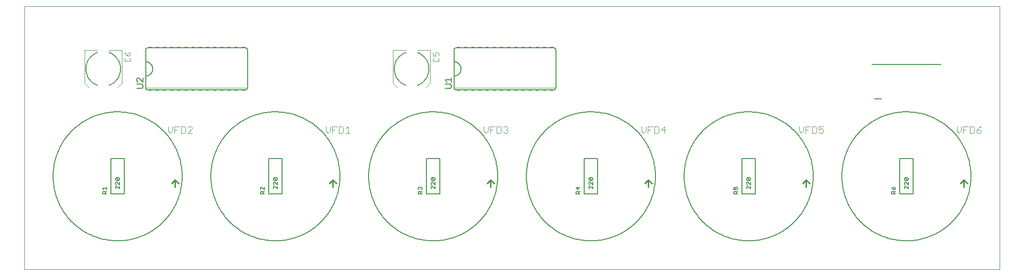
<source format=gto>
G75*
%MOIN*%
%OFA0B0*%
%FSLAX24Y24*%
%IPPOS*%
%LPD*%
%AMOC8*
5,1,8,0,0,1.08239X$1,22.5*
%
%ADD10C,0.0000*%
%ADD11C,0.0050*%
%ADD12C,0.0040*%
%ADD13C,0.0100*%
%ADD14C,0.0060*%
%ADD15C,0.0020*%
%ADD16R,0.0200X0.0050*%
%ADD17C,0.0080*%
%ADD18C,0.0030*%
D10*
X000180Y000180D02*
X000180Y018550D01*
X068172Y018550D01*
X068172Y000180D01*
X000180Y000180D01*
D11*
X005635Y005455D02*
X005635Y005590D01*
X005680Y005635D01*
X005770Y005635D01*
X005815Y005590D01*
X005815Y005455D01*
X005905Y005455D02*
X005635Y005455D01*
X005815Y005545D02*
X005905Y005635D01*
X005905Y005750D02*
X005905Y005930D01*
X005905Y005840D02*
X005635Y005840D01*
X005725Y005750D01*
X006535Y005850D02*
X006580Y005805D01*
X006535Y005850D02*
X006535Y005940D01*
X006580Y005985D01*
X006625Y005985D01*
X006805Y005805D01*
X006805Y005985D01*
X006805Y006100D02*
X006625Y006280D01*
X006580Y006280D01*
X006535Y006235D01*
X006535Y006145D01*
X006580Y006100D01*
X006805Y006100D02*
X006805Y006280D01*
X006760Y006394D02*
X006580Y006574D01*
X006760Y006574D01*
X006805Y006529D01*
X006805Y006439D01*
X006760Y006394D01*
X006580Y006394D01*
X006535Y006439D01*
X006535Y006529D01*
X006580Y006574D01*
X002180Y006680D02*
X002182Y006814D01*
X002188Y006948D01*
X002198Y007081D01*
X002212Y007215D01*
X002230Y007348D01*
X002252Y007480D01*
X002277Y007611D01*
X002307Y007742D01*
X002341Y007872D01*
X002378Y008000D01*
X002419Y008128D01*
X002464Y008254D01*
X002513Y008379D01*
X002565Y008502D01*
X002621Y008624D01*
X002681Y008744D01*
X002744Y008862D01*
X002811Y008978D01*
X002881Y009092D01*
X002955Y009204D01*
X003032Y009314D01*
X003112Y009422D01*
X003195Y009527D01*
X003281Y009629D01*
X003370Y009729D01*
X003463Y009826D01*
X003558Y009921D01*
X003656Y010012D01*
X003756Y010101D01*
X003859Y010186D01*
X003965Y010269D01*
X004073Y010348D01*
X004183Y010424D01*
X004296Y010497D01*
X004411Y010566D01*
X004527Y010632D01*
X004646Y010694D01*
X004766Y010753D01*
X004889Y010808D01*
X005012Y010860D01*
X005137Y010907D01*
X005264Y010951D01*
X005392Y010992D01*
X005521Y011028D01*
X005651Y011061D01*
X005782Y011089D01*
X005913Y011114D01*
X006046Y011135D01*
X006179Y011152D01*
X006312Y011165D01*
X006446Y011174D01*
X006580Y011179D01*
X006714Y011180D01*
X006847Y011177D01*
X006981Y011170D01*
X007115Y011159D01*
X007248Y011144D01*
X007381Y011125D01*
X007513Y011102D01*
X007644Y011076D01*
X007774Y011045D01*
X007904Y011010D01*
X008032Y010972D01*
X008159Y010930D01*
X008285Y010884D01*
X008410Y010834D01*
X008533Y010781D01*
X008654Y010724D01*
X008774Y010663D01*
X008891Y010599D01*
X009007Y010532D01*
X009121Y010461D01*
X009232Y010386D01*
X009341Y010309D01*
X009448Y010228D01*
X009553Y010144D01*
X009654Y010057D01*
X009754Y009967D01*
X009850Y009874D01*
X009944Y009778D01*
X010035Y009679D01*
X010122Y009578D01*
X010207Y009474D01*
X010289Y009368D01*
X010367Y009260D01*
X010442Y009149D01*
X010514Y009036D01*
X010583Y008920D01*
X010648Y008803D01*
X010709Y008684D01*
X010767Y008563D01*
X010821Y008441D01*
X010872Y008317D01*
X010919Y008191D01*
X010962Y008064D01*
X011001Y007936D01*
X011037Y007807D01*
X011068Y007677D01*
X011096Y007546D01*
X011120Y007414D01*
X011140Y007281D01*
X011156Y007148D01*
X011168Y007015D01*
X011176Y006881D01*
X011180Y006747D01*
X011180Y006613D01*
X011176Y006479D01*
X011168Y006345D01*
X011156Y006212D01*
X011140Y006079D01*
X011120Y005946D01*
X011096Y005814D01*
X011068Y005683D01*
X011037Y005553D01*
X011001Y005424D01*
X010962Y005296D01*
X010919Y005169D01*
X010872Y005043D01*
X010821Y004919D01*
X010767Y004797D01*
X010709Y004676D01*
X010648Y004557D01*
X010583Y004440D01*
X010514Y004324D01*
X010442Y004211D01*
X010367Y004100D01*
X010289Y003992D01*
X010207Y003886D01*
X010122Y003782D01*
X010035Y003681D01*
X009944Y003582D01*
X009850Y003486D01*
X009754Y003393D01*
X009654Y003303D01*
X009553Y003216D01*
X009448Y003132D01*
X009341Y003051D01*
X009232Y002974D01*
X009121Y002899D01*
X009007Y002828D01*
X008891Y002761D01*
X008774Y002697D01*
X008654Y002636D01*
X008533Y002579D01*
X008410Y002526D01*
X008285Y002476D01*
X008159Y002430D01*
X008032Y002388D01*
X007904Y002350D01*
X007774Y002315D01*
X007644Y002284D01*
X007513Y002258D01*
X007381Y002235D01*
X007248Y002216D01*
X007115Y002201D01*
X006981Y002190D01*
X006847Y002183D01*
X006714Y002180D01*
X006580Y002181D01*
X006446Y002186D01*
X006312Y002195D01*
X006179Y002208D01*
X006046Y002225D01*
X005913Y002246D01*
X005782Y002271D01*
X005651Y002299D01*
X005521Y002332D01*
X005392Y002368D01*
X005264Y002409D01*
X005137Y002453D01*
X005012Y002500D01*
X004889Y002552D01*
X004766Y002607D01*
X004646Y002666D01*
X004527Y002728D01*
X004411Y002794D01*
X004296Y002863D01*
X004183Y002936D01*
X004073Y003012D01*
X003965Y003091D01*
X003859Y003174D01*
X003756Y003259D01*
X003656Y003348D01*
X003558Y003439D01*
X003463Y003534D01*
X003370Y003631D01*
X003281Y003731D01*
X003195Y003833D01*
X003112Y003938D01*
X003032Y004046D01*
X002955Y004156D01*
X002881Y004268D01*
X002811Y004382D01*
X002744Y004498D01*
X002681Y004616D01*
X002621Y004736D01*
X002565Y004858D01*
X002513Y004981D01*
X002464Y005106D01*
X002419Y005232D01*
X002378Y005360D01*
X002341Y005488D01*
X002307Y005618D01*
X002277Y005749D01*
X002252Y005880D01*
X002230Y006012D01*
X002212Y006145D01*
X002198Y006279D01*
X002188Y006412D01*
X002182Y006546D01*
X002180Y006680D01*
X016635Y005885D02*
X016635Y005795D01*
X016680Y005750D01*
X016680Y005635D02*
X016770Y005635D01*
X016815Y005590D01*
X016815Y005455D01*
X016905Y005455D02*
X016635Y005455D01*
X016635Y005590D01*
X016680Y005635D01*
X016815Y005545D02*
X016905Y005635D01*
X016905Y005750D02*
X016725Y005930D01*
X016680Y005930D01*
X016635Y005885D01*
X016905Y005930D02*
X016905Y005750D01*
X017535Y005850D02*
X017580Y005805D01*
X017535Y005850D02*
X017535Y005940D01*
X017580Y005985D01*
X017625Y005985D01*
X017805Y005805D01*
X017805Y005985D01*
X017805Y006100D02*
X017625Y006280D01*
X017580Y006280D01*
X017535Y006235D01*
X017535Y006145D01*
X017580Y006100D01*
X017805Y006100D02*
X017805Y006280D01*
X017760Y006394D02*
X017580Y006574D01*
X017760Y006574D01*
X017805Y006529D01*
X017805Y006439D01*
X017760Y006394D01*
X017580Y006394D01*
X017535Y006439D01*
X017535Y006529D01*
X017580Y006574D01*
X013180Y006680D02*
X013182Y006814D01*
X013188Y006948D01*
X013198Y007081D01*
X013212Y007215D01*
X013230Y007348D01*
X013252Y007480D01*
X013277Y007611D01*
X013307Y007742D01*
X013341Y007872D01*
X013378Y008000D01*
X013419Y008128D01*
X013464Y008254D01*
X013513Y008379D01*
X013565Y008502D01*
X013621Y008624D01*
X013681Y008744D01*
X013744Y008862D01*
X013811Y008978D01*
X013881Y009092D01*
X013955Y009204D01*
X014032Y009314D01*
X014112Y009422D01*
X014195Y009527D01*
X014281Y009629D01*
X014370Y009729D01*
X014463Y009826D01*
X014558Y009921D01*
X014656Y010012D01*
X014756Y010101D01*
X014859Y010186D01*
X014965Y010269D01*
X015073Y010348D01*
X015183Y010424D01*
X015296Y010497D01*
X015411Y010566D01*
X015527Y010632D01*
X015646Y010694D01*
X015766Y010753D01*
X015889Y010808D01*
X016012Y010860D01*
X016137Y010907D01*
X016264Y010951D01*
X016392Y010992D01*
X016521Y011028D01*
X016651Y011061D01*
X016782Y011089D01*
X016913Y011114D01*
X017046Y011135D01*
X017179Y011152D01*
X017312Y011165D01*
X017446Y011174D01*
X017580Y011179D01*
X017714Y011180D01*
X017847Y011177D01*
X017981Y011170D01*
X018115Y011159D01*
X018248Y011144D01*
X018381Y011125D01*
X018513Y011102D01*
X018644Y011076D01*
X018774Y011045D01*
X018904Y011010D01*
X019032Y010972D01*
X019159Y010930D01*
X019285Y010884D01*
X019410Y010834D01*
X019533Y010781D01*
X019654Y010724D01*
X019774Y010663D01*
X019891Y010599D01*
X020007Y010532D01*
X020121Y010461D01*
X020232Y010386D01*
X020341Y010309D01*
X020448Y010228D01*
X020553Y010144D01*
X020654Y010057D01*
X020754Y009967D01*
X020850Y009874D01*
X020944Y009778D01*
X021035Y009679D01*
X021122Y009578D01*
X021207Y009474D01*
X021289Y009368D01*
X021367Y009260D01*
X021442Y009149D01*
X021514Y009036D01*
X021583Y008920D01*
X021648Y008803D01*
X021709Y008684D01*
X021767Y008563D01*
X021821Y008441D01*
X021872Y008317D01*
X021919Y008191D01*
X021962Y008064D01*
X022001Y007936D01*
X022037Y007807D01*
X022068Y007677D01*
X022096Y007546D01*
X022120Y007414D01*
X022140Y007281D01*
X022156Y007148D01*
X022168Y007015D01*
X022176Y006881D01*
X022180Y006747D01*
X022180Y006613D01*
X022176Y006479D01*
X022168Y006345D01*
X022156Y006212D01*
X022140Y006079D01*
X022120Y005946D01*
X022096Y005814D01*
X022068Y005683D01*
X022037Y005553D01*
X022001Y005424D01*
X021962Y005296D01*
X021919Y005169D01*
X021872Y005043D01*
X021821Y004919D01*
X021767Y004797D01*
X021709Y004676D01*
X021648Y004557D01*
X021583Y004440D01*
X021514Y004324D01*
X021442Y004211D01*
X021367Y004100D01*
X021289Y003992D01*
X021207Y003886D01*
X021122Y003782D01*
X021035Y003681D01*
X020944Y003582D01*
X020850Y003486D01*
X020754Y003393D01*
X020654Y003303D01*
X020553Y003216D01*
X020448Y003132D01*
X020341Y003051D01*
X020232Y002974D01*
X020121Y002899D01*
X020007Y002828D01*
X019891Y002761D01*
X019774Y002697D01*
X019654Y002636D01*
X019533Y002579D01*
X019410Y002526D01*
X019285Y002476D01*
X019159Y002430D01*
X019032Y002388D01*
X018904Y002350D01*
X018774Y002315D01*
X018644Y002284D01*
X018513Y002258D01*
X018381Y002235D01*
X018248Y002216D01*
X018115Y002201D01*
X017981Y002190D01*
X017847Y002183D01*
X017714Y002180D01*
X017580Y002181D01*
X017446Y002186D01*
X017312Y002195D01*
X017179Y002208D01*
X017046Y002225D01*
X016913Y002246D01*
X016782Y002271D01*
X016651Y002299D01*
X016521Y002332D01*
X016392Y002368D01*
X016264Y002409D01*
X016137Y002453D01*
X016012Y002500D01*
X015889Y002552D01*
X015766Y002607D01*
X015646Y002666D01*
X015527Y002728D01*
X015411Y002794D01*
X015296Y002863D01*
X015183Y002936D01*
X015073Y003012D01*
X014965Y003091D01*
X014859Y003174D01*
X014756Y003259D01*
X014656Y003348D01*
X014558Y003439D01*
X014463Y003534D01*
X014370Y003631D01*
X014281Y003731D01*
X014195Y003833D01*
X014112Y003938D01*
X014032Y004046D01*
X013955Y004156D01*
X013881Y004268D01*
X013811Y004382D01*
X013744Y004498D01*
X013681Y004616D01*
X013621Y004736D01*
X013565Y004858D01*
X013513Y004981D01*
X013464Y005106D01*
X013419Y005232D01*
X013378Y005360D01*
X013341Y005488D01*
X013307Y005618D01*
X013277Y005749D01*
X013252Y005880D01*
X013230Y006012D01*
X013212Y006145D01*
X013198Y006279D01*
X013188Y006412D01*
X013182Y006546D01*
X013180Y006680D01*
X027635Y005885D02*
X027635Y005795D01*
X027680Y005750D01*
X027680Y005635D02*
X027770Y005635D01*
X027815Y005590D01*
X027815Y005455D01*
X027905Y005455D02*
X027635Y005455D01*
X027635Y005590D01*
X027680Y005635D01*
X027815Y005545D02*
X027905Y005635D01*
X027860Y005750D02*
X027905Y005795D01*
X027905Y005885D01*
X027860Y005930D01*
X027815Y005930D01*
X027770Y005885D01*
X027770Y005840D01*
X027770Y005885D02*
X027725Y005930D01*
X027680Y005930D01*
X027635Y005885D01*
X028535Y005850D02*
X028580Y005805D01*
X028535Y005850D02*
X028535Y005940D01*
X028580Y005985D01*
X028625Y005985D01*
X028805Y005805D01*
X028805Y005985D01*
X028805Y006100D02*
X028625Y006280D01*
X028580Y006280D01*
X028535Y006235D01*
X028535Y006145D01*
X028580Y006100D01*
X028805Y006100D02*
X028805Y006280D01*
X028760Y006394D02*
X028580Y006574D01*
X028760Y006574D01*
X028805Y006529D01*
X028805Y006439D01*
X028760Y006394D01*
X028580Y006394D01*
X028535Y006439D01*
X028535Y006529D01*
X028580Y006574D01*
X024180Y006680D02*
X024182Y006814D01*
X024188Y006948D01*
X024198Y007081D01*
X024212Y007215D01*
X024230Y007348D01*
X024252Y007480D01*
X024277Y007611D01*
X024307Y007742D01*
X024341Y007872D01*
X024378Y008000D01*
X024419Y008128D01*
X024464Y008254D01*
X024513Y008379D01*
X024565Y008502D01*
X024621Y008624D01*
X024681Y008744D01*
X024744Y008862D01*
X024811Y008978D01*
X024881Y009092D01*
X024955Y009204D01*
X025032Y009314D01*
X025112Y009422D01*
X025195Y009527D01*
X025281Y009629D01*
X025370Y009729D01*
X025463Y009826D01*
X025558Y009921D01*
X025656Y010012D01*
X025756Y010101D01*
X025859Y010186D01*
X025965Y010269D01*
X026073Y010348D01*
X026183Y010424D01*
X026296Y010497D01*
X026411Y010566D01*
X026527Y010632D01*
X026646Y010694D01*
X026766Y010753D01*
X026889Y010808D01*
X027012Y010860D01*
X027137Y010907D01*
X027264Y010951D01*
X027392Y010992D01*
X027521Y011028D01*
X027651Y011061D01*
X027782Y011089D01*
X027913Y011114D01*
X028046Y011135D01*
X028179Y011152D01*
X028312Y011165D01*
X028446Y011174D01*
X028580Y011179D01*
X028714Y011180D01*
X028847Y011177D01*
X028981Y011170D01*
X029115Y011159D01*
X029248Y011144D01*
X029381Y011125D01*
X029513Y011102D01*
X029644Y011076D01*
X029774Y011045D01*
X029904Y011010D01*
X030032Y010972D01*
X030159Y010930D01*
X030285Y010884D01*
X030410Y010834D01*
X030533Y010781D01*
X030654Y010724D01*
X030774Y010663D01*
X030891Y010599D01*
X031007Y010532D01*
X031121Y010461D01*
X031232Y010386D01*
X031341Y010309D01*
X031448Y010228D01*
X031553Y010144D01*
X031654Y010057D01*
X031754Y009967D01*
X031850Y009874D01*
X031944Y009778D01*
X032035Y009679D01*
X032122Y009578D01*
X032207Y009474D01*
X032289Y009368D01*
X032367Y009260D01*
X032442Y009149D01*
X032514Y009036D01*
X032583Y008920D01*
X032648Y008803D01*
X032709Y008684D01*
X032767Y008563D01*
X032821Y008441D01*
X032872Y008317D01*
X032919Y008191D01*
X032962Y008064D01*
X033001Y007936D01*
X033037Y007807D01*
X033068Y007677D01*
X033096Y007546D01*
X033120Y007414D01*
X033140Y007281D01*
X033156Y007148D01*
X033168Y007015D01*
X033176Y006881D01*
X033180Y006747D01*
X033180Y006613D01*
X033176Y006479D01*
X033168Y006345D01*
X033156Y006212D01*
X033140Y006079D01*
X033120Y005946D01*
X033096Y005814D01*
X033068Y005683D01*
X033037Y005553D01*
X033001Y005424D01*
X032962Y005296D01*
X032919Y005169D01*
X032872Y005043D01*
X032821Y004919D01*
X032767Y004797D01*
X032709Y004676D01*
X032648Y004557D01*
X032583Y004440D01*
X032514Y004324D01*
X032442Y004211D01*
X032367Y004100D01*
X032289Y003992D01*
X032207Y003886D01*
X032122Y003782D01*
X032035Y003681D01*
X031944Y003582D01*
X031850Y003486D01*
X031754Y003393D01*
X031654Y003303D01*
X031553Y003216D01*
X031448Y003132D01*
X031341Y003051D01*
X031232Y002974D01*
X031121Y002899D01*
X031007Y002828D01*
X030891Y002761D01*
X030774Y002697D01*
X030654Y002636D01*
X030533Y002579D01*
X030410Y002526D01*
X030285Y002476D01*
X030159Y002430D01*
X030032Y002388D01*
X029904Y002350D01*
X029774Y002315D01*
X029644Y002284D01*
X029513Y002258D01*
X029381Y002235D01*
X029248Y002216D01*
X029115Y002201D01*
X028981Y002190D01*
X028847Y002183D01*
X028714Y002180D01*
X028580Y002181D01*
X028446Y002186D01*
X028312Y002195D01*
X028179Y002208D01*
X028046Y002225D01*
X027913Y002246D01*
X027782Y002271D01*
X027651Y002299D01*
X027521Y002332D01*
X027392Y002368D01*
X027264Y002409D01*
X027137Y002453D01*
X027012Y002500D01*
X026889Y002552D01*
X026766Y002607D01*
X026646Y002666D01*
X026527Y002728D01*
X026411Y002794D01*
X026296Y002863D01*
X026183Y002936D01*
X026073Y003012D01*
X025965Y003091D01*
X025859Y003174D01*
X025756Y003259D01*
X025656Y003348D01*
X025558Y003439D01*
X025463Y003534D01*
X025370Y003631D01*
X025281Y003731D01*
X025195Y003833D01*
X025112Y003938D01*
X025032Y004046D01*
X024955Y004156D01*
X024881Y004268D01*
X024811Y004382D01*
X024744Y004498D01*
X024681Y004616D01*
X024621Y004736D01*
X024565Y004858D01*
X024513Y004981D01*
X024464Y005106D01*
X024419Y005232D01*
X024378Y005360D01*
X024341Y005488D01*
X024307Y005618D01*
X024277Y005749D01*
X024252Y005880D01*
X024230Y006012D01*
X024212Y006145D01*
X024198Y006279D01*
X024188Y006412D01*
X024182Y006546D01*
X024180Y006680D01*
X038635Y005885D02*
X038770Y005750D01*
X038770Y005930D01*
X038905Y005885D02*
X038635Y005885D01*
X039535Y005850D02*
X039580Y005805D01*
X039535Y005850D02*
X039535Y005940D01*
X039580Y005985D01*
X039625Y005985D01*
X039805Y005805D01*
X039805Y005985D01*
X039805Y006100D02*
X039625Y006280D01*
X039580Y006280D01*
X039535Y006235D01*
X039535Y006145D01*
X039580Y006100D01*
X039805Y006100D02*
X039805Y006280D01*
X039760Y006394D02*
X039580Y006574D01*
X039760Y006574D01*
X039805Y006529D01*
X039805Y006439D01*
X039760Y006394D01*
X039580Y006394D01*
X039535Y006439D01*
X039535Y006529D01*
X039580Y006574D01*
X035180Y006680D02*
X035182Y006814D01*
X035188Y006948D01*
X035198Y007081D01*
X035212Y007215D01*
X035230Y007348D01*
X035252Y007480D01*
X035277Y007611D01*
X035307Y007742D01*
X035341Y007872D01*
X035378Y008000D01*
X035419Y008128D01*
X035464Y008254D01*
X035513Y008379D01*
X035565Y008502D01*
X035621Y008624D01*
X035681Y008744D01*
X035744Y008862D01*
X035811Y008978D01*
X035881Y009092D01*
X035955Y009204D01*
X036032Y009314D01*
X036112Y009422D01*
X036195Y009527D01*
X036281Y009629D01*
X036370Y009729D01*
X036463Y009826D01*
X036558Y009921D01*
X036656Y010012D01*
X036756Y010101D01*
X036859Y010186D01*
X036965Y010269D01*
X037073Y010348D01*
X037183Y010424D01*
X037296Y010497D01*
X037411Y010566D01*
X037527Y010632D01*
X037646Y010694D01*
X037766Y010753D01*
X037889Y010808D01*
X038012Y010860D01*
X038137Y010907D01*
X038264Y010951D01*
X038392Y010992D01*
X038521Y011028D01*
X038651Y011061D01*
X038782Y011089D01*
X038913Y011114D01*
X039046Y011135D01*
X039179Y011152D01*
X039312Y011165D01*
X039446Y011174D01*
X039580Y011179D01*
X039714Y011180D01*
X039847Y011177D01*
X039981Y011170D01*
X040115Y011159D01*
X040248Y011144D01*
X040381Y011125D01*
X040513Y011102D01*
X040644Y011076D01*
X040774Y011045D01*
X040904Y011010D01*
X041032Y010972D01*
X041159Y010930D01*
X041285Y010884D01*
X041410Y010834D01*
X041533Y010781D01*
X041654Y010724D01*
X041774Y010663D01*
X041891Y010599D01*
X042007Y010532D01*
X042121Y010461D01*
X042232Y010386D01*
X042341Y010309D01*
X042448Y010228D01*
X042553Y010144D01*
X042654Y010057D01*
X042754Y009967D01*
X042850Y009874D01*
X042944Y009778D01*
X043035Y009679D01*
X043122Y009578D01*
X043207Y009474D01*
X043289Y009368D01*
X043367Y009260D01*
X043442Y009149D01*
X043514Y009036D01*
X043583Y008920D01*
X043648Y008803D01*
X043709Y008684D01*
X043767Y008563D01*
X043821Y008441D01*
X043872Y008317D01*
X043919Y008191D01*
X043962Y008064D01*
X044001Y007936D01*
X044037Y007807D01*
X044068Y007677D01*
X044096Y007546D01*
X044120Y007414D01*
X044140Y007281D01*
X044156Y007148D01*
X044168Y007015D01*
X044176Y006881D01*
X044180Y006747D01*
X044180Y006613D01*
X044176Y006479D01*
X044168Y006345D01*
X044156Y006212D01*
X044140Y006079D01*
X044120Y005946D01*
X044096Y005814D01*
X044068Y005683D01*
X044037Y005553D01*
X044001Y005424D01*
X043962Y005296D01*
X043919Y005169D01*
X043872Y005043D01*
X043821Y004919D01*
X043767Y004797D01*
X043709Y004676D01*
X043648Y004557D01*
X043583Y004440D01*
X043514Y004324D01*
X043442Y004211D01*
X043367Y004100D01*
X043289Y003992D01*
X043207Y003886D01*
X043122Y003782D01*
X043035Y003681D01*
X042944Y003582D01*
X042850Y003486D01*
X042754Y003393D01*
X042654Y003303D01*
X042553Y003216D01*
X042448Y003132D01*
X042341Y003051D01*
X042232Y002974D01*
X042121Y002899D01*
X042007Y002828D01*
X041891Y002761D01*
X041774Y002697D01*
X041654Y002636D01*
X041533Y002579D01*
X041410Y002526D01*
X041285Y002476D01*
X041159Y002430D01*
X041032Y002388D01*
X040904Y002350D01*
X040774Y002315D01*
X040644Y002284D01*
X040513Y002258D01*
X040381Y002235D01*
X040248Y002216D01*
X040115Y002201D01*
X039981Y002190D01*
X039847Y002183D01*
X039714Y002180D01*
X039580Y002181D01*
X039446Y002186D01*
X039312Y002195D01*
X039179Y002208D01*
X039046Y002225D01*
X038913Y002246D01*
X038782Y002271D01*
X038651Y002299D01*
X038521Y002332D01*
X038392Y002368D01*
X038264Y002409D01*
X038137Y002453D01*
X038012Y002500D01*
X037889Y002552D01*
X037766Y002607D01*
X037646Y002666D01*
X037527Y002728D01*
X037411Y002794D01*
X037296Y002863D01*
X037183Y002936D01*
X037073Y003012D01*
X036965Y003091D01*
X036859Y003174D01*
X036756Y003259D01*
X036656Y003348D01*
X036558Y003439D01*
X036463Y003534D01*
X036370Y003631D01*
X036281Y003731D01*
X036195Y003833D01*
X036112Y003938D01*
X036032Y004046D01*
X035955Y004156D01*
X035881Y004268D01*
X035811Y004382D01*
X035744Y004498D01*
X035681Y004616D01*
X035621Y004736D01*
X035565Y004858D01*
X035513Y004981D01*
X035464Y005106D01*
X035419Y005232D01*
X035378Y005360D01*
X035341Y005488D01*
X035307Y005618D01*
X035277Y005749D01*
X035252Y005880D01*
X035230Y006012D01*
X035212Y006145D01*
X035198Y006279D01*
X035188Y006412D01*
X035182Y006546D01*
X035180Y006680D01*
X038635Y005590D02*
X038680Y005635D01*
X038770Y005635D01*
X038815Y005590D01*
X038815Y005455D01*
X038905Y005455D02*
X038635Y005455D01*
X038635Y005590D01*
X038815Y005545D02*
X038905Y005635D01*
X049635Y005590D02*
X049635Y005455D01*
X049905Y005455D01*
X049815Y005455D02*
X049815Y005590D01*
X049770Y005635D01*
X049680Y005635D01*
X049635Y005590D01*
X049635Y005750D02*
X049770Y005750D01*
X049725Y005840D01*
X049725Y005885D01*
X049770Y005930D01*
X049860Y005930D01*
X049905Y005885D01*
X049905Y005795D01*
X049860Y005750D01*
X049905Y005635D02*
X049815Y005545D01*
X049635Y005750D02*
X049635Y005930D01*
X050535Y005940D02*
X050535Y005850D01*
X050580Y005805D01*
X050535Y005940D02*
X050580Y005985D01*
X050625Y005985D01*
X050805Y005805D01*
X050805Y005985D01*
X050805Y006100D02*
X050625Y006280D01*
X050580Y006280D01*
X050535Y006235D01*
X050535Y006145D01*
X050580Y006100D01*
X050805Y006100D02*
X050805Y006280D01*
X050760Y006394D02*
X050580Y006574D01*
X050760Y006574D01*
X050805Y006529D01*
X050805Y006439D01*
X050760Y006394D01*
X050580Y006394D01*
X050535Y006439D01*
X050535Y006529D01*
X050580Y006574D01*
X046180Y006680D02*
X046182Y006814D01*
X046188Y006948D01*
X046198Y007081D01*
X046212Y007215D01*
X046230Y007348D01*
X046252Y007480D01*
X046277Y007611D01*
X046307Y007742D01*
X046341Y007872D01*
X046378Y008000D01*
X046419Y008128D01*
X046464Y008254D01*
X046513Y008379D01*
X046565Y008502D01*
X046621Y008624D01*
X046681Y008744D01*
X046744Y008862D01*
X046811Y008978D01*
X046881Y009092D01*
X046955Y009204D01*
X047032Y009314D01*
X047112Y009422D01*
X047195Y009527D01*
X047281Y009629D01*
X047370Y009729D01*
X047463Y009826D01*
X047558Y009921D01*
X047656Y010012D01*
X047756Y010101D01*
X047859Y010186D01*
X047965Y010269D01*
X048073Y010348D01*
X048183Y010424D01*
X048296Y010497D01*
X048411Y010566D01*
X048527Y010632D01*
X048646Y010694D01*
X048766Y010753D01*
X048889Y010808D01*
X049012Y010860D01*
X049137Y010907D01*
X049264Y010951D01*
X049392Y010992D01*
X049521Y011028D01*
X049651Y011061D01*
X049782Y011089D01*
X049913Y011114D01*
X050046Y011135D01*
X050179Y011152D01*
X050312Y011165D01*
X050446Y011174D01*
X050580Y011179D01*
X050714Y011180D01*
X050847Y011177D01*
X050981Y011170D01*
X051115Y011159D01*
X051248Y011144D01*
X051381Y011125D01*
X051513Y011102D01*
X051644Y011076D01*
X051774Y011045D01*
X051904Y011010D01*
X052032Y010972D01*
X052159Y010930D01*
X052285Y010884D01*
X052410Y010834D01*
X052533Y010781D01*
X052654Y010724D01*
X052774Y010663D01*
X052891Y010599D01*
X053007Y010532D01*
X053121Y010461D01*
X053232Y010386D01*
X053341Y010309D01*
X053448Y010228D01*
X053553Y010144D01*
X053654Y010057D01*
X053754Y009967D01*
X053850Y009874D01*
X053944Y009778D01*
X054035Y009679D01*
X054122Y009578D01*
X054207Y009474D01*
X054289Y009368D01*
X054367Y009260D01*
X054442Y009149D01*
X054514Y009036D01*
X054583Y008920D01*
X054648Y008803D01*
X054709Y008684D01*
X054767Y008563D01*
X054821Y008441D01*
X054872Y008317D01*
X054919Y008191D01*
X054962Y008064D01*
X055001Y007936D01*
X055037Y007807D01*
X055068Y007677D01*
X055096Y007546D01*
X055120Y007414D01*
X055140Y007281D01*
X055156Y007148D01*
X055168Y007015D01*
X055176Y006881D01*
X055180Y006747D01*
X055180Y006613D01*
X055176Y006479D01*
X055168Y006345D01*
X055156Y006212D01*
X055140Y006079D01*
X055120Y005946D01*
X055096Y005814D01*
X055068Y005683D01*
X055037Y005553D01*
X055001Y005424D01*
X054962Y005296D01*
X054919Y005169D01*
X054872Y005043D01*
X054821Y004919D01*
X054767Y004797D01*
X054709Y004676D01*
X054648Y004557D01*
X054583Y004440D01*
X054514Y004324D01*
X054442Y004211D01*
X054367Y004100D01*
X054289Y003992D01*
X054207Y003886D01*
X054122Y003782D01*
X054035Y003681D01*
X053944Y003582D01*
X053850Y003486D01*
X053754Y003393D01*
X053654Y003303D01*
X053553Y003216D01*
X053448Y003132D01*
X053341Y003051D01*
X053232Y002974D01*
X053121Y002899D01*
X053007Y002828D01*
X052891Y002761D01*
X052774Y002697D01*
X052654Y002636D01*
X052533Y002579D01*
X052410Y002526D01*
X052285Y002476D01*
X052159Y002430D01*
X052032Y002388D01*
X051904Y002350D01*
X051774Y002315D01*
X051644Y002284D01*
X051513Y002258D01*
X051381Y002235D01*
X051248Y002216D01*
X051115Y002201D01*
X050981Y002190D01*
X050847Y002183D01*
X050714Y002180D01*
X050580Y002181D01*
X050446Y002186D01*
X050312Y002195D01*
X050179Y002208D01*
X050046Y002225D01*
X049913Y002246D01*
X049782Y002271D01*
X049651Y002299D01*
X049521Y002332D01*
X049392Y002368D01*
X049264Y002409D01*
X049137Y002453D01*
X049012Y002500D01*
X048889Y002552D01*
X048766Y002607D01*
X048646Y002666D01*
X048527Y002728D01*
X048411Y002794D01*
X048296Y002863D01*
X048183Y002936D01*
X048073Y003012D01*
X047965Y003091D01*
X047859Y003174D01*
X047756Y003259D01*
X047656Y003348D01*
X047558Y003439D01*
X047463Y003534D01*
X047370Y003631D01*
X047281Y003731D01*
X047195Y003833D01*
X047112Y003938D01*
X047032Y004046D01*
X046955Y004156D01*
X046881Y004268D01*
X046811Y004382D01*
X046744Y004498D01*
X046681Y004616D01*
X046621Y004736D01*
X046565Y004858D01*
X046513Y004981D01*
X046464Y005106D01*
X046419Y005232D01*
X046378Y005360D01*
X046341Y005488D01*
X046307Y005618D01*
X046277Y005749D01*
X046252Y005880D01*
X046230Y006012D01*
X046212Y006145D01*
X046198Y006279D01*
X046188Y006412D01*
X046182Y006546D01*
X046180Y006680D01*
X060635Y005930D02*
X060680Y005840D01*
X060770Y005750D01*
X060770Y005885D01*
X060815Y005930D01*
X060860Y005930D01*
X060905Y005885D01*
X060905Y005795D01*
X060860Y005750D01*
X060770Y005750D01*
X060770Y005635D02*
X060815Y005590D01*
X060815Y005455D01*
X060905Y005455D02*
X060635Y005455D01*
X060635Y005590D01*
X060680Y005635D01*
X060770Y005635D01*
X060815Y005545D02*
X060905Y005635D01*
X061535Y005850D02*
X061580Y005805D01*
X061535Y005850D02*
X061535Y005940D01*
X061580Y005985D01*
X061625Y005985D01*
X061805Y005805D01*
X061805Y005985D01*
X061805Y006100D02*
X061625Y006280D01*
X061580Y006280D01*
X061535Y006235D01*
X061535Y006145D01*
X061580Y006100D01*
X061805Y006100D02*
X061805Y006280D01*
X061760Y006394D02*
X061580Y006574D01*
X061760Y006574D01*
X061805Y006529D01*
X061805Y006439D01*
X061760Y006394D01*
X061580Y006394D01*
X061535Y006439D01*
X061535Y006529D01*
X061580Y006574D01*
X057180Y006680D02*
X057182Y006814D01*
X057188Y006948D01*
X057198Y007081D01*
X057212Y007215D01*
X057230Y007348D01*
X057252Y007480D01*
X057277Y007611D01*
X057307Y007742D01*
X057341Y007872D01*
X057378Y008000D01*
X057419Y008128D01*
X057464Y008254D01*
X057513Y008379D01*
X057565Y008502D01*
X057621Y008624D01*
X057681Y008744D01*
X057744Y008862D01*
X057811Y008978D01*
X057881Y009092D01*
X057955Y009204D01*
X058032Y009314D01*
X058112Y009422D01*
X058195Y009527D01*
X058281Y009629D01*
X058370Y009729D01*
X058463Y009826D01*
X058558Y009921D01*
X058656Y010012D01*
X058756Y010101D01*
X058859Y010186D01*
X058965Y010269D01*
X059073Y010348D01*
X059183Y010424D01*
X059296Y010497D01*
X059411Y010566D01*
X059527Y010632D01*
X059646Y010694D01*
X059766Y010753D01*
X059889Y010808D01*
X060012Y010860D01*
X060137Y010907D01*
X060264Y010951D01*
X060392Y010992D01*
X060521Y011028D01*
X060651Y011061D01*
X060782Y011089D01*
X060913Y011114D01*
X061046Y011135D01*
X061179Y011152D01*
X061312Y011165D01*
X061446Y011174D01*
X061580Y011179D01*
X061714Y011180D01*
X061847Y011177D01*
X061981Y011170D01*
X062115Y011159D01*
X062248Y011144D01*
X062381Y011125D01*
X062513Y011102D01*
X062644Y011076D01*
X062774Y011045D01*
X062904Y011010D01*
X063032Y010972D01*
X063159Y010930D01*
X063285Y010884D01*
X063410Y010834D01*
X063533Y010781D01*
X063654Y010724D01*
X063774Y010663D01*
X063891Y010599D01*
X064007Y010532D01*
X064121Y010461D01*
X064232Y010386D01*
X064341Y010309D01*
X064448Y010228D01*
X064553Y010144D01*
X064654Y010057D01*
X064754Y009967D01*
X064850Y009874D01*
X064944Y009778D01*
X065035Y009679D01*
X065122Y009578D01*
X065207Y009474D01*
X065289Y009368D01*
X065367Y009260D01*
X065442Y009149D01*
X065514Y009036D01*
X065583Y008920D01*
X065648Y008803D01*
X065709Y008684D01*
X065767Y008563D01*
X065821Y008441D01*
X065872Y008317D01*
X065919Y008191D01*
X065962Y008064D01*
X066001Y007936D01*
X066037Y007807D01*
X066068Y007677D01*
X066096Y007546D01*
X066120Y007414D01*
X066140Y007281D01*
X066156Y007148D01*
X066168Y007015D01*
X066176Y006881D01*
X066180Y006747D01*
X066180Y006613D01*
X066176Y006479D01*
X066168Y006345D01*
X066156Y006212D01*
X066140Y006079D01*
X066120Y005946D01*
X066096Y005814D01*
X066068Y005683D01*
X066037Y005553D01*
X066001Y005424D01*
X065962Y005296D01*
X065919Y005169D01*
X065872Y005043D01*
X065821Y004919D01*
X065767Y004797D01*
X065709Y004676D01*
X065648Y004557D01*
X065583Y004440D01*
X065514Y004324D01*
X065442Y004211D01*
X065367Y004100D01*
X065289Y003992D01*
X065207Y003886D01*
X065122Y003782D01*
X065035Y003681D01*
X064944Y003582D01*
X064850Y003486D01*
X064754Y003393D01*
X064654Y003303D01*
X064553Y003216D01*
X064448Y003132D01*
X064341Y003051D01*
X064232Y002974D01*
X064121Y002899D01*
X064007Y002828D01*
X063891Y002761D01*
X063774Y002697D01*
X063654Y002636D01*
X063533Y002579D01*
X063410Y002526D01*
X063285Y002476D01*
X063159Y002430D01*
X063032Y002388D01*
X062904Y002350D01*
X062774Y002315D01*
X062644Y002284D01*
X062513Y002258D01*
X062381Y002235D01*
X062248Y002216D01*
X062115Y002201D01*
X061981Y002190D01*
X061847Y002183D01*
X061714Y002180D01*
X061580Y002181D01*
X061446Y002186D01*
X061312Y002195D01*
X061179Y002208D01*
X061046Y002225D01*
X060913Y002246D01*
X060782Y002271D01*
X060651Y002299D01*
X060521Y002332D01*
X060392Y002368D01*
X060264Y002409D01*
X060137Y002453D01*
X060012Y002500D01*
X059889Y002552D01*
X059766Y002607D01*
X059646Y002666D01*
X059527Y002728D01*
X059411Y002794D01*
X059296Y002863D01*
X059183Y002936D01*
X059073Y003012D01*
X058965Y003091D01*
X058859Y003174D01*
X058756Y003259D01*
X058656Y003348D01*
X058558Y003439D01*
X058463Y003534D01*
X058370Y003631D01*
X058281Y003731D01*
X058195Y003833D01*
X058112Y003938D01*
X058032Y004046D01*
X057955Y004156D01*
X057881Y004268D01*
X057811Y004382D01*
X057744Y004498D01*
X057681Y004616D01*
X057621Y004736D01*
X057565Y004858D01*
X057513Y004981D01*
X057464Y005106D01*
X057419Y005232D01*
X057378Y005360D01*
X057341Y005488D01*
X057307Y005618D01*
X057277Y005749D01*
X057252Y005880D01*
X057230Y006012D01*
X057212Y006145D01*
X057198Y006279D01*
X057188Y006412D01*
X057182Y006546D01*
X057180Y006680D01*
X029955Y012880D02*
X029880Y012805D01*
X029505Y012805D01*
X029955Y012880D02*
X029955Y013030D01*
X029880Y013105D01*
X029505Y013105D01*
X029655Y013265D02*
X029505Y013416D01*
X029955Y013416D01*
X029955Y013566D02*
X029955Y013265D01*
X027574Y013038D02*
X027638Y013062D01*
X027700Y013089D01*
X027761Y013120D01*
X027820Y013155D01*
X027876Y013192D01*
X027931Y013233D01*
X027983Y013277D01*
X028032Y013323D01*
X028079Y013372D01*
X028123Y013424D01*
X028164Y013479D01*
X028202Y013535D01*
X028237Y013594D01*
X028268Y013654D01*
X028296Y013716D01*
X028321Y013779D01*
X028341Y013844D01*
X028358Y013910D01*
X028372Y013977D01*
X028381Y014044D01*
X028387Y014112D01*
X028389Y014180D01*
X028387Y014248D01*
X028381Y014316D01*
X028372Y014383D01*
X028358Y014450D01*
X028341Y014516D01*
X028321Y014581D01*
X028296Y014644D01*
X028268Y014706D01*
X028237Y014766D01*
X028202Y014825D01*
X028164Y014881D01*
X028123Y014936D01*
X028079Y014988D01*
X028032Y015037D01*
X027983Y015083D01*
X027931Y015127D01*
X027876Y015168D01*
X027820Y015205D01*
X027761Y015240D01*
X027700Y015271D01*
X027638Y015298D01*
X027574Y015322D01*
X026786Y015322D02*
X026722Y015298D01*
X026660Y015271D01*
X026599Y015240D01*
X026540Y015205D01*
X026484Y015168D01*
X026429Y015127D01*
X026377Y015083D01*
X026328Y015037D01*
X026281Y014988D01*
X026237Y014936D01*
X026196Y014881D01*
X026158Y014825D01*
X026123Y014766D01*
X026092Y014706D01*
X026064Y014644D01*
X026039Y014581D01*
X026019Y014516D01*
X026002Y014450D01*
X025988Y014383D01*
X025979Y014316D01*
X025973Y014248D01*
X025971Y014180D01*
X025973Y014112D01*
X025979Y014044D01*
X025988Y013977D01*
X026002Y013910D01*
X026019Y013844D01*
X026039Y013779D01*
X026064Y013716D01*
X026092Y013654D01*
X026123Y013594D01*
X026158Y013535D01*
X026196Y013479D01*
X026237Y013424D01*
X026281Y013372D01*
X026328Y013323D01*
X026377Y013277D01*
X026429Y013233D01*
X026484Y013192D01*
X026540Y013155D01*
X026599Y013120D01*
X026660Y013089D01*
X026722Y013062D01*
X026786Y013038D01*
X008455Y012880D02*
X008455Y013030D01*
X008380Y013105D01*
X008005Y013105D01*
X008080Y013265D02*
X008005Y013340D01*
X008005Y013491D01*
X008080Y013566D01*
X008155Y013566D01*
X008455Y013265D01*
X008455Y013566D01*
X008455Y012880D02*
X008380Y012805D01*
X008005Y012805D01*
X006074Y013038D02*
X006138Y013062D01*
X006200Y013089D01*
X006261Y013120D01*
X006320Y013155D01*
X006376Y013192D01*
X006431Y013233D01*
X006483Y013277D01*
X006532Y013323D01*
X006579Y013372D01*
X006623Y013424D01*
X006664Y013479D01*
X006702Y013535D01*
X006737Y013594D01*
X006768Y013654D01*
X006796Y013716D01*
X006821Y013779D01*
X006841Y013844D01*
X006858Y013910D01*
X006872Y013977D01*
X006881Y014044D01*
X006887Y014112D01*
X006889Y014180D01*
X006887Y014248D01*
X006881Y014316D01*
X006872Y014383D01*
X006858Y014450D01*
X006841Y014516D01*
X006821Y014581D01*
X006796Y014644D01*
X006768Y014706D01*
X006737Y014766D01*
X006702Y014825D01*
X006664Y014881D01*
X006623Y014936D01*
X006579Y014988D01*
X006532Y015037D01*
X006483Y015083D01*
X006431Y015127D01*
X006376Y015168D01*
X006320Y015205D01*
X006261Y015240D01*
X006200Y015271D01*
X006138Y015298D01*
X006074Y015322D01*
X005286Y015322D02*
X005222Y015298D01*
X005160Y015271D01*
X005099Y015240D01*
X005040Y015205D01*
X004984Y015168D01*
X004929Y015127D01*
X004877Y015083D01*
X004828Y015037D01*
X004781Y014988D01*
X004737Y014936D01*
X004696Y014881D01*
X004658Y014825D01*
X004623Y014766D01*
X004592Y014706D01*
X004564Y014644D01*
X004539Y014581D01*
X004519Y014516D01*
X004502Y014450D01*
X004488Y014383D01*
X004479Y014316D01*
X004473Y014248D01*
X004471Y014180D01*
X004473Y014112D01*
X004479Y014044D01*
X004488Y013977D01*
X004502Y013910D01*
X004519Y013844D01*
X004539Y013779D01*
X004564Y013716D01*
X004592Y013654D01*
X004623Y013594D01*
X004658Y013535D01*
X004696Y013479D01*
X004737Y013424D01*
X004781Y013372D01*
X004828Y013323D01*
X004877Y013277D01*
X004929Y013233D01*
X004984Y013192D01*
X005040Y013155D01*
X005099Y013120D01*
X005160Y013089D01*
X005222Y013062D01*
X005286Y013038D01*
X059280Y014480D02*
X064080Y014480D01*
D12*
X065200Y010160D02*
X065200Y009853D01*
X065353Y009700D01*
X065507Y009853D01*
X065507Y010160D01*
X065660Y010160D02*
X065967Y010160D01*
X066121Y010160D02*
X066351Y010160D01*
X066428Y010084D01*
X066428Y009777D01*
X066351Y009700D01*
X066121Y009700D01*
X066121Y010160D01*
X065814Y009930D02*
X065660Y009930D01*
X065660Y009700D02*
X065660Y010160D01*
X066581Y009930D02*
X066811Y009930D01*
X066888Y009853D01*
X066888Y009777D01*
X066811Y009700D01*
X066658Y009700D01*
X066581Y009777D01*
X066581Y009930D01*
X066735Y010084D01*
X066888Y010160D01*
X055888Y010160D02*
X055581Y010160D01*
X055581Y009930D01*
X055735Y010007D01*
X055811Y010007D01*
X055888Y009930D01*
X055888Y009777D01*
X055811Y009700D01*
X055658Y009700D01*
X055581Y009777D01*
X055428Y009777D02*
X055428Y010084D01*
X055351Y010160D01*
X055121Y010160D01*
X055121Y009700D01*
X055351Y009700D01*
X055428Y009777D01*
X054814Y009930D02*
X054660Y009930D01*
X054507Y009853D02*
X054507Y010160D01*
X054660Y010160D02*
X054967Y010160D01*
X054660Y010160D02*
X054660Y009700D01*
X054507Y009853D02*
X054353Y009700D01*
X054200Y009853D01*
X054200Y010160D01*
X044888Y009930D02*
X044581Y009930D01*
X044811Y010160D01*
X044811Y009700D01*
X044428Y009777D02*
X044428Y010084D01*
X044351Y010160D01*
X044121Y010160D01*
X044121Y009700D01*
X044351Y009700D01*
X044428Y009777D01*
X043814Y009930D02*
X043660Y009930D01*
X043507Y009853D02*
X043507Y010160D01*
X043660Y010160D02*
X043967Y010160D01*
X043660Y010160D02*
X043660Y009700D01*
X043507Y009853D02*
X043353Y009700D01*
X043200Y009853D01*
X043200Y010160D01*
X033888Y010084D02*
X033888Y010007D01*
X033811Y009930D01*
X033888Y009853D01*
X033888Y009777D01*
X033811Y009700D01*
X033658Y009700D01*
X033581Y009777D01*
X033428Y009777D02*
X033428Y010084D01*
X033351Y010160D01*
X033121Y010160D01*
X033121Y009700D01*
X033351Y009700D01*
X033428Y009777D01*
X033735Y009930D02*
X033811Y009930D01*
X033888Y010084D02*
X033811Y010160D01*
X033658Y010160D01*
X033581Y010084D01*
X032967Y010160D02*
X032660Y010160D01*
X032660Y009700D01*
X032507Y009853D02*
X032353Y009700D01*
X032200Y009853D01*
X032200Y010160D01*
X032507Y010160D02*
X032507Y009853D01*
X032660Y009930D02*
X032814Y009930D01*
X022888Y009700D02*
X022581Y009700D01*
X022735Y009700D02*
X022735Y010160D01*
X022581Y010007D01*
X022428Y010084D02*
X022351Y010160D01*
X022121Y010160D01*
X022121Y009700D01*
X022351Y009700D01*
X022428Y009777D01*
X022428Y010084D01*
X021967Y010160D02*
X021660Y010160D01*
X021660Y009700D01*
X021507Y009853D02*
X021353Y009700D01*
X021200Y009853D01*
X021200Y010160D01*
X021507Y010160D02*
X021507Y009853D01*
X021660Y009930D02*
X021814Y009930D01*
X011888Y010007D02*
X011888Y010084D01*
X011811Y010160D01*
X011658Y010160D01*
X011581Y010084D01*
X011428Y010084D02*
X011351Y010160D01*
X011121Y010160D01*
X011121Y009700D01*
X011351Y009700D01*
X011428Y009777D01*
X011428Y010084D01*
X011581Y009700D02*
X011888Y010007D01*
X010967Y010160D02*
X010660Y010160D01*
X010660Y009700D01*
X010507Y009853D02*
X010353Y009700D01*
X010200Y009853D01*
X010200Y010160D01*
X010507Y010160D02*
X010507Y009853D01*
X010660Y009930D02*
X010814Y009930D01*
X011581Y009700D02*
X011888Y009700D01*
X006979Y013196D02*
X006664Y012881D01*
X006979Y013196D02*
X006979Y015479D01*
X006074Y015479D01*
X005286Y015479D02*
X004381Y015479D01*
X004381Y013196D01*
X004696Y012881D01*
X025881Y013196D02*
X025881Y015479D01*
X026786Y015479D01*
X027574Y015479D02*
X028479Y015479D01*
X028479Y013196D01*
X028164Y012881D01*
X026196Y012881D02*
X025881Y013196D01*
D13*
X021680Y006430D02*
X021930Y006180D01*
X021680Y005930D02*
X021680Y006430D01*
X021430Y006180D01*
X010930Y006180D02*
X010680Y006430D01*
X010430Y006180D01*
X010680Y005930D02*
X010680Y006430D01*
X032430Y006180D02*
X032680Y006430D01*
X032930Y006180D01*
X032680Y005930D02*
X032680Y006430D01*
X043430Y006180D02*
X043680Y006430D01*
X043930Y006180D01*
X043680Y005930D02*
X043680Y006430D01*
X054430Y006180D02*
X054680Y006430D01*
X054930Y006180D01*
X054680Y005930D02*
X054680Y006430D01*
X065430Y006180D02*
X065680Y006430D01*
X065930Y006180D01*
X065680Y005930D02*
X065680Y006430D01*
D14*
X037230Y012860D02*
X037230Y015500D01*
X037228Y015523D01*
X037223Y015546D01*
X037214Y015568D01*
X037201Y015588D01*
X037186Y015606D01*
X037168Y015621D01*
X037148Y015634D01*
X037126Y015643D01*
X037103Y015648D01*
X037080Y015650D01*
X030280Y015650D01*
X030257Y015648D01*
X030234Y015643D01*
X030212Y015634D01*
X030192Y015621D01*
X030174Y015606D01*
X030159Y015588D01*
X030146Y015568D01*
X030137Y015546D01*
X030132Y015523D01*
X030130Y015500D01*
X030130Y014680D01*
X030130Y013680D01*
X030130Y012860D01*
X030132Y012837D01*
X030137Y012814D01*
X030146Y012792D01*
X030159Y012772D01*
X030174Y012754D01*
X030192Y012739D01*
X030212Y012726D01*
X030234Y012717D01*
X030257Y012712D01*
X030280Y012710D01*
X037080Y012710D01*
X037103Y012712D01*
X037126Y012717D01*
X037148Y012726D01*
X037168Y012739D01*
X037186Y012754D01*
X037201Y012772D01*
X037214Y012792D01*
X037223Y012814D01*
X037228Y012837D01*
X037230Y012860D01*
X030130Y013680D02*
X030174Y013682D01*
X030217Y013688D01*
X030259Y013697D01*
X030301Y013710D01*
X030341Y013727D01*
X030380Y013747D01*
X030417Y013770D01*
X030451Y013797D01*
X030484Y013826D01*
X030513Y013859D01*
X030540Y013893D01*
X030563Y013930D01*
X030583Y013969D01*
X030600Y014009D01*
X030613Y014051D01*
X030622Y014093D01*
X030628Y014136D01*
X030630Y014180D01*
X030628Y014224D01*
X030622Y014267D01*
X030613Y014309D01*
X030600Y014351D01*
X030583Y014391D01*
X030563Y014430D01*
X030540Y014467D01*
X030513Y014501D01*
X030484Y014534D01*
X030451Y014563D01*
X030417Y014590D01*
X030380Y014613D01*
X030341Y014633D01*
X030301Y014650D01*
X030259Y014663D01*
X030217Y014672D01*
X030174Y014678D01*
X030130Y014680D01*
X015730Y015500D02*
X015730Y012860D01*
X015728Y012837D01*
X015723Y012814D01*
X015714Y012792D01*
X015701Y012772D01*
X015686Y012754D01*
X015668Y012739D01*
X015648Y012726D01*
X015626Y012717D01*
X015603Y012712D01*
X015580Y012710D01*
X008780Y012710D01*
X008757Y012712D01*
X008734Y012717D01*
X008712Y012726D01*
X008692Y012739D01*
X008674Y012754D01*
X008659Y012772D01*
X008646Y012792D01*
X008637Y012814D01*
X008632Y012837D01*
X008630Y012860D01*
X008630Y013680D01*
X008630Y014680D01*
X008630Y015500D01*
X008632Y015523D01*
X008637Y015546D01*
X008646Y015568D01*
X008659Y015588D01*
X008674Y015606D01*
X008692Y015621D01*
X008712Y015634D01*
X008734Y015643D01*
X008757Y015648D01*
X008780Y015650D01*
X015580Y015650D01*
X015603Y015648D01*
X015626Y015643D01*
X015648Y015634D01*
X015668Y015621D01*
X015686Y015606D01*
X015701Y015588D01*
X015714Y015568D01*
X015723Y015546D01*
X015728Y015523D01*
X015730Y015500D01*
X008630Y014680D02*
X008674Y014678D01*
X008717Y014672D01*
X008759Y014663D01*
X008801Y014650D01*
X008841Y014633D01*
X008880Y014613D01*
X008917Y014590D01*
X008951Y014563D01*
X008984Y014534D01*
X009013Y014501D01*
X009040Y014467D01*
X009063Y014430D01*
X009083Y014391D01*
X009100Y014351D01*
X009113Y014309D01*
X009122Y014267D01*
X009128Y014224D01*
X009130Y014180D01*
X009128Y014136D01*
X009122Y014093D01*
X009113Y014051D01*
X009100Y014009D01*
X009083Y013969D01*
X009063Y013930D01*
X009040Y013893D01*
X009013Y013859D01*
X008984Y013826D01*
X008951Y013797D01*
X008917Y013770D01*
X008880Y013747D01*
X008841Y013727D01*
X008801Y013710D01*
X008759Y013697D01*
X008717Y013688D01*
X008674Y013682D01*
X008630Y013680D01*
D15*
X008630Y012850D02*
X015730Y012850D01*
X030130Y012850D02*
X037230Y012850D01*
D16*
X036930Y012685D03*
X036430Y012685D03*
X035930Y012685D03*
X035430Y012685D03*
X034930Y012685D03*
X034430Y012685D03*
X033930Y012685D03*
X033430Y012685D03*
X032930Y012685D03*
X032430Y012685D03*
X031930Y012685D03*
X031430Y012685D03*
X030930Y012685D03*
X030430Y012685D03*
X030430Y015675D03*
X030930Y015675D03*
X031430Y015675D03*
X031930Y015675D03*
X032430Y015675D03*
X032930Y015675D03*
X033430Y015675D03*
X033930Y015675D03*
X034430Y015675D03*
X034930Y015675D03*
X035430Y015675D03*
X035930Y015675D03*
X036430Y015675D03*
X036930Y015675D03*
X015430Y015675D03*
X014930Y015675D03*
X014430Y015675D03*
X013930Y015675D03*
X013430Y015675D03*
X012930Y015675D03*
X012430Y015675D03*
X011930Y015675D03*
X011430Y015675D03*
X010930Y015675D03*
X010430Y015675D03*
X009930Y015675D03*
X009430Y015675D03*
X008930Y015675D03*
X008930Y012685D03*
X009430Y012685D03*
X009930Y012685D03*
X010430Y012685D03*
X010930Y012685D03*
X011430Y012685D03*
X011930Y012685D03*
X012430Y012685D03*
X012930Y012685D03*
X013430Y012685D03*
X013930Y012685D03*
X014430Y012685D03*
X014930Y012685D03*
X015430Y012685D03*
D17*
X017208Y007920D02*
X018152Y007920D01*
X018152Y005440D01*
X017208Y005440D01*
X017208Y007920D01*
X007152Y007920D02*
X007152Y005440D01*
X006208Y005440D01*
X006208Y007920D01*
X007152Y007920D01*
X028208Y007920D02*
X028208Y005440D01*
X029152Y005440D01*
X029152Y007920D01*
X028208Y007920D01*
X039208Y007920D02*
X039208Y005440D01*
X040152Y005440D01*
X040152Y007920D01*
X039208Y007920D01*
X050208Y007920D02*
X050208Y005440D01*
X051152Y005440D01*
X051152Y007920D01*
X050208Y007920D01*
X061208Y007920D02*
X061208Y005440D01*
X062152Y005440D01*
X062152Y007920D01*
X061208Y007920D01*
X059930Y012087D02*
X059430Y012087D01*
D18*
X029065Y014770D02*
X029003Y014708D01*
X028756Y014708D01*
X028695Y014770D01*
X028695Y014894D01*
X028756Y014955D01*
X028695Y015077D02*
X028880Y015077D01*
X028818Y015200D01*
X028818Y015262D01*
X028880Y015324D01*
X029003Y015324D01*
X029065Y015262D01*
X029065Y015138D01*
X029003Y015077D01*
X029003Y014955D02*
X029065Y014894D01*
X029065Y014770D01*
X028695Y015077D02*
X028695Y015324D01*
X007565Y015262D02*
X007503Y015324D01*
X007442Y015324D01*
X007380Y015262D01*
X007380Y015077D01*
X007503Y015077D01*
X007565Y015138D01*
X007565Y015262D01*
X007380Y015077D02*
X007256Y015200D01*
X007195Y015324D01*
X007256Y014955D02*
X007195Y014894D01*
X007195Y014770D01*
X007256Y014708D01*
X007503Y014708D01*
X007565Y014770D01*
X007565Y014894D01*
X007503Y014955D01*
M02*

</source>
